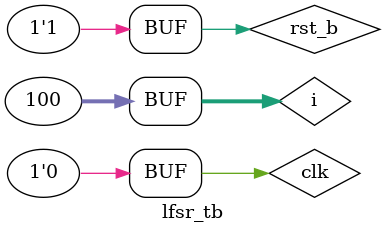
<source format=v>
module ffd(
  input d,
  input clk,
  input set,
  output reg q
);

always @(posedge clk or negedge set) begin
  if(!set)
    q <= 1;
  else
    q <= d;
end
endmodule

module lfsr(
  input clk,
  input rst_b,
  output [5:0]q
);

generate
  genvar i;
  for(i = 0; i < 6; i = i + 1) begin
    if(i == 2 || i == 4 || i == 5)
      ffd f1(
        .d(q[5] ^ q[i-1]),
        .clk(clk),
        .set(rst_b),
        .q(q[i])
      );
    else
      if(i == 0)
        ffd f2(
        .d(q[5]),
        .clk(clk),
        .set(rst_b),
        .q(q[i])
      );
      else
        ffd f3(
         .d(q[i-1]),
         .clk(clk),
         .set(rst_b),
         .q(q[i])
        );
  end
endgenerate

endmodule

module lfsr_tb;
  
  reg clk, rst_b;
  wire [5:0]q;
  
  lfsr CUT(
    .clk(clk),
    .rst_b(rst_b),
    .q(q)
  );
  
  initial begin
    clk = 0;
    rst_b = 0;
  end
  
  integer i;
  initial begin
    for(i = 0; i < 100; i = i + 1) begin
      #50; clk = ~clk;
    end
  end
  
  initial begin
    #25; rst_b = 1;
  end
  
endmodule
</source>
